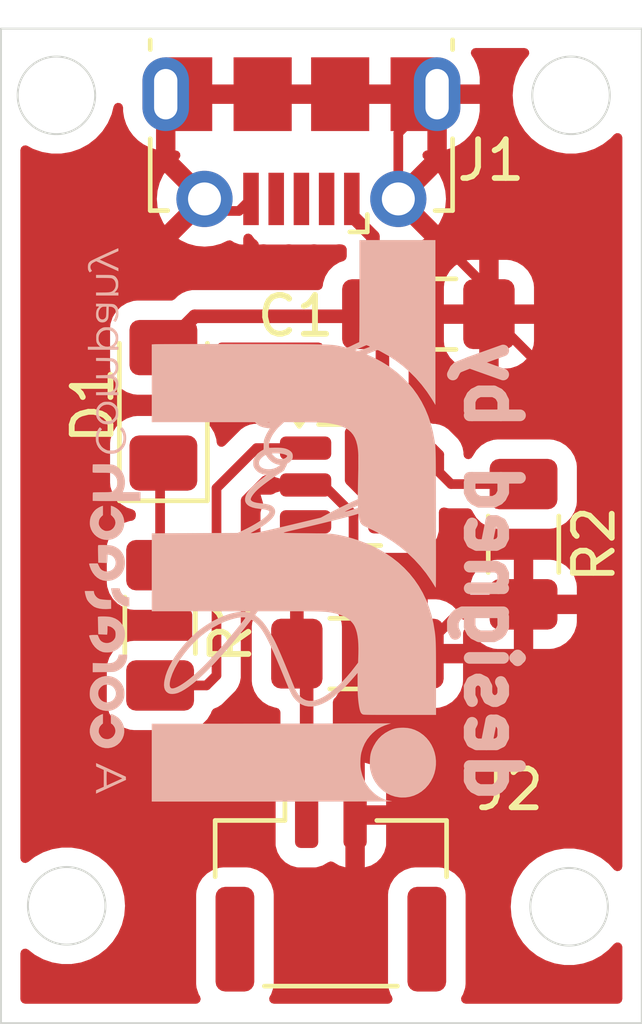
<source format=kicad_pcb>
(kicad_pcb (version 20240108) (generator "pcbnew") (generator_version "8.0")
  (layers (0 "F.Cu" signal) (31 "B.Cu" signal) (34 "B.Paste" user) (35 "F.Paste" user) (36 "B.SilkS" user "B.Silkscreen") (37 "F.SilkS" user "F.Silkscreen") (38 "B.Mask" user) (39 "F.Mask" user) (44 "Edge.Cuts" user))
  (net 0 "")
  (net 1 "VBUS")
  (net 2 "GND")
  (net 3 "VCC")
  (net 4 "Net-(D1-K)")
  (net 8 "Net-(U1-STAT)")
  (net 9 "Net-(U1-PROG)")
  (footprint "Resistor_SMD:R_1206_3216Metric_Pad1.30x1.75mm_HandSolder" (layer "F.Cu") (at 136.2 84.215 -90)
    (property "Reference" "R1" (at 0 -1.82 90) (layer "F.SilkS"))
    (property "Value" "470R")
    (pad "1" smd roundrect (at -1.55 0 270) (size 1.3 1.75) (layers "F.Cu" "F.Paste" "F.Mask") (roundrect_rratio 0.192308) (net 4 "Net-(D1-K)"))
    (pad "2" smd roundrect (at 1.55 0 270) (size 1.3 1.75) (layers "F.Cu" "F.Paste" "F.Mask") (roundrect_rratio 0.192308) (net 8 "Net-(U1-STAT)"))
  )
  (footprint "Resistor_SMD:R_1206_3216Metric_Pad1.30x1.75mm_HandSolder" (layer "F.Cu") (at 145.575 82.125 -90)
    (property "Reference" "R2" (at 0 -1.82 90) (layer "F.SilkS"))
    (property "Value" "2k")
    (pad "1" smd roundrect (at -1.55 0 270) (size 1.3 1.75) (layers "F.Cu" "F.Paste" "F.Mask") (roundrect_rratio 0.192308) (net 9 "Net-(U1-PROG)"))
    (pad "2" smd roundrect (at 1.55 0 270) (size 1.3 1.75) (layers "F.Cu" "F.Paste" "F.Mask") (roundrect_rratio 0.192308) (net 2 "GND"))
  )
  (footprint "Capacitor_SMD:C_1206_3216Metric_Pad1.33x1.80mm_HandSolder" (layer "F.Cu") (at 141.29 84.945)
    (property "Reference" "C2" (at 0 -1.85 0) (layer "F.SilkS"))
    (property "Value" "4.7uF")
    (pad "1" smd roundrect (at -1.5625 0) (size 1.325 1.8) (layers "F.Cu" "F.Paste" "F.Mask") (roundrect_rratio 0.188679) (net 3 "VCC"))
    (pad "2" smd roundrect (at 1.5625 0) (size 1.325 1.8) (layers "F.Cu" "F.Paste" "F.Mask") (roundrect_rratio 0.188679) (net 2 "GND"))
  )
  (footprint "Package_TO_SOT_SMD:SOT-23-5" (layer "F.Cu") (at 141.09 80.5975)
    (property "Reference" "U1" (at -1.255 -2.7225 0) (layer "F.SilkS"))
    (property "Value" "MCP73831-2-OT" (hide yes))
    (pad "1" smd roundrect (at -1.1375 -0.95) (size 1.325 0.6) (layers "F.Cu" "F.Paste" "F.Mask") (net 8 "Net-(U1-STAT)"))
    (pad "2" smd roundrect (at -1.1375 0) (size 1.325 0.6) (layers "F.Cu" "F.Paste" "F.Mask") (net 2 "GND"))
    (pad "3" smd roundrect (at -1.1375 0.95) (size 1.325 0.6) (layers "F.Cu" "F.Paste" "F.Mask") (net 3 "VCC"))
    (pad "4" smd roundrect (at 1.1375 0.95) (size 1.325 0.6) (layers "F.Cu" "F.Paste" "F.Mask") (net 1 "VBUS"))
    (pad "5" smd roundrect (at 1.1375 -0.95) (size 1.325 0.6) (layers "F.Cu" "F.Paste" "F.Mask") (net 9 "Net-(U1-PROG)"))
  )
  (footprint "Connector_JST:JST_GH_SM02B-GHS-TB_1x02-1MP_P1.25mm_Horizontal" (layer "F.Cu") (at 140.605 90.955)
    (property "Reference" "J2" (at 4.615 -2.505 0) (layer "F.SilkS"))
    (property "Value" "Conn_01x02" (hide yes))
    (pad "1" smd roundrect (at -0.625 -1.85) (size 0.6 1.7) (layers "F.Cu" "F.Paste" "F.Mask") (net 3 "VCC"))
    (pad "2" smd roundrect (at 0.625 -1.85) (size 0.6 1.7) (layers "F.Cu" "F.Paste" "F.Mask") (net 2 "GND"))
    (pad "MP" smd roundrect (at -2.475 1.35) (size 1 2.7) (layers "F.Cu" "F.Paste" "F.Mask"))
    (pad "MP" smd roundrect (at 2.475 1.35) (size 1 2.7) (layers "F.Cu" "F.Paste" "F.Mask"))
  )
  (footprint "Connector_USB:USB_Micro-B_Molex-105017-0001" (layer "F.Cu") (at 139.845 71.7625 180)
    (property "Reference" "J1" (at -4.89 -0.4675 0) (layer "F.SilkS"))
    (property "Value" "USB_B_Micro" (hide yes))
    (pad "1" smd rect (at -1.3 -1.4625 180) (size 0.4 1.35) (layers "F.Cu" "F.Paste" "F.Mask") (net 1 "VBUS"))
    (pad "2" smd rect (at -0.65 -1.4625 180) (size 0.4 1.35) (layers "F.Cu" "F.Paste" "F.Mask"))
    (pad "3" smd rect (at 0 -1.4625 180) (size 0.4 1.35) (layers "F.Cu" "F.Paste" "F.Mask"))
    (pad "4" smd rect (at 0.65 -1.4625 180) (size 0.4 1.35) (layers "F.Cu" "F.Paste" "F.Mask"))
    (pad "5" smd rect (at 1.3 -1.4625 180) (size 0.4 1.35) (layers "F.Cu" "F.Paste" "F.Mask") (net 2 "GND"))
    (pad "6" thru_hole oval (at -3.5 1.2375) (size 1.2 1.9) (drill oval 0.6 1.3) (layers "*.Cu" "*.Mask") (net 2 "GND"))
    (pad "6" smd rect (at -2.9 1.2375 180) (size 1.2 1.9) (layers "F.Cu" "F.Mask") (net 2 "GND"))
    (pad "6" thru_hole circle (at -2.5 -1.4625 180) (size 1.45 1.45) (drill 0.85) (layers "*.Cu" "*.Mask") (net 2 "GND"))
    (pad "6" smd rect (at -1 1.2375 180) (size 1.5 1.9) (layers "F.Cu" "F.Paste" "F.Mask") (net 2 "GND"))
    (pad "6" smd rect (at 1 1.2375 180) (size 1.5 1.9) (layers "F.Cu" "F.Paste" "F.Mask") (net 2 "GND"))
    (pad "6" thru_hole circle (at 2.5 -1.4625 180) (size 1.45 1.45) (drill 0.85) (layers "*.Cu" "*.Mask") (net 2 "GND"))
    (pad "6" smd rect (at 2.9 1.2375 180) (size 1.2 1.9) (layers "F.Cu" "F.Mask") (net 2 "GND"))
    (pad "6" thru_hole oval (at 3.5 1.2375 180) (size 1.2 1.9) (drill oval 0.6 1.3) (layers "*.Cu" "*.Mask") (net 2 "GND"))
  )
  (footprint "Capacitor_SMD:C_1206_3216Metric_Pad1.33x1.80mm_HandSolder" (layer "F.Cu") (at 143.12 76.195)
    (property "Reference" "C1" (at -3.425 0.05 0) (layer "F.SilkS"))
    (property "Value" "4.7uF")
    (pad "1" smd roundrect (at -1.5625 0) (size 1.325 1.8) (layers "F.Cu" "F.Paste" "F.Mask") (roundrect_rratio 0.188679) (net 1 "VBUS"))
    (pad "2" smd roundrect (at 1.5625 0) (size 1.325 1.8) (layers "F.Cu" "F.Paste" "F.Mask") (roundrect_rratio 0.188679) (net 2 "GND"))
  )
  (footprint "LED_SMD:LED_1206_3216Metric_Pad1.42x1.75mm_HandSolder" (layer "F.Cu") (at 136.285 78.545 90)
    (property "Reference" "D1" (at 0 -1.82 90) (layer "F.SilkS"))
    (property "Value" "LED")
    (pad "1" smd roundrect (at -1.4875 0 90) (size 1.425 1.75) (layers "F.Cu" "F.Paste" "F.Mask") (roundrect_rratio 0.175439) (net 4 "Net-(D1-K)"))
    (pad "2" smd roundrect (at 1.4875 0 90) (size 1.425 1.75) (layers "F.Cu" "F.Paste" "F.Mask") (roundrect_rratio 0.175439) (net 1 "VBUS"))
  )
  (footprint "logo_Footprints:imt_new3" (layer "B.Cu") (at 139.655 81.51 90)
    (property "Reference" "G***" (hide yes))
    (property "Value" "LOGO" (hide yes))
  )
  (gr_circle (center 146.75 91.47) (end 147.75 91.47) (stroke (width 0.05)) (fill none) (layer "Edge.Cuts"))
  (gr_circle (center 146.8 70.555) (end 147.8 70.555) (stroke (width 0.05)) (fill none) (layer "Edge.Cuts"))
  (gr_rect (start 132.095 68.835) (end 148.625 94.47) (stroke (width 0.05)) (fill none) (layer "Edge.Cuts"))
  (gr_circle (center 133.525 70.555) (end 134.525 70.555) (stroke (width 0.05)) (fill none) (layer "Edge.Cuts"))
  (gr_circle (center 133.79 91.445) (end 134.79 91.445) (stroke (width 0.05)) (fill none) (layer "Edge.Cuts"))
  (gr_text "designed by" (at 144.01 88.905 -90) (layer "B.SilkS") (effects (font (size 1.3 1.3) (thickness 0.3) (bold yes)) (justify left bottom mirror)))
  (segment (start 141.145 73.651346) (end 141.69 74.196346) (width 0.35) (layer "F.Cu") (net 1))
  (segment (start 141.5575 76.195) (end 141.5025 76.25) (width 0.35) (layer "F.Cu") (net 1))
  (segment (start 141.69 74.196346) (end 141.69 76.0625) (width 0.35) (layer "F.Cu") (net 1))
  (segment (start 141.14 79.255172) (end 141.935 78.460172) (width 0.35) (layer "F.Cu") (net 1))
  (segment (start 141.69 76.0625) (end 141.5575 76.195) (width 0.35) (layer "F.Cu") (net 1))
  (segment (start 141.935 76.5725) (end 141.5575 76.195) (width 0.35) (layer "F.Cu") (net 1))
  (segment (start 137.0925 76.25) (end 136.285 77.0575) (width 0.35) (layer "F.Cu") (net 1))
  (segment (start 142.2275 81.5475) (end 141.14 80.46) (width 0.35) (layer "F.Cu") (net 1))
  (segment (start 141.5025 76.25) (end 137.0925 76.25) (width 0.35) (layer "F.Cu") (net 1))
  (segment (start 141.935 78.460172) (end 141.935 76.5725) (width 0.35) (layer "F.Cu") (net 1))
  (segment (start 141.145 73.225) (end 141.145 73.651346) (width 0.35) (layer "F.Cu") (net 1))
  (segment (start 141.14 80.46) (end 141.14 79.255172) (width 0.35) (layer "F.Cu") (net 1))
  (segment (start 147.475 83.405) (end 147.205 83.675) (width 0.25) (layer "F.Cu") (net 2))
  (segment (start 141.23 86.5675) (end 142.8525 84.945) (width 0.25) (layer "F.Cu") (net 2))
  (segment (start 147.475 78.9875) (end 147.475 83.405) (width 0.25) (layer "F.Cu") (net 2))
  (segment (start 144.6825 75.5625) (end 144.6825 76.195) (width 0.25) (layer "F.Cu") (net 2))
  (segment (start 137.345 73.225) (end 137.655 73.535) (width 0.25) (layer "F.Cu") (net 2))
  (segment (start 141.23 89.105) (end 141.23 86.5675) (width 0.25) (layer "F.Cu") (net 2))
  (segment (start 138.235 73.535) (end 138.545 73.225) (width 0.25) (layer "F.Cu") (net 2))
  (segment (start 139.9525 80.5975) (end 140.411618 80.5975) (width 0.25) (layer "F.Cu") (net 2))
  (segment (start 145.575 83.675) (end 144.1225 83.675) (width 0.25) (layer "F.Cu") (net 2))
  (segment (start 140.845 70.525) (end 138.845 70.525) (width 0.25) (layer "F.Cu") (net 2))
  (segment (start 136.385 72.265) (end 136.385 71.085) (width 0.25) (layer "F.Cu") (net 2))
  (segment (start 142.345 73.225) (end 144.6825 75.5625) (width 0.25) (layer "F.Cu") (net 2))
  (segment (start 137.655 73.535) (end 138.235 73.535) (width 0.25) (layer "F.Cu") (net 2))
  (segment (start 140.411618 80.5975) (end 141.19 81.375882) (width 0.25) (layer "F.Cu") (net 2))
  (segment (start 142.345 73.225) (end 142.345 71.525) (width 0.25) (layer "F.Cu") (net 2))
  (segment (start 142.345 71.525) (end 143.345 70.525) (width 0.25) (layer "F.Cu") (net 2))
  (segment (start 144.6825 76.195) (end 147.475 78.9875) (width 0.25) (layer "F.Cu") (net 2))
  (segment (start 144.1225 83.675) (end 142.8525 84.945) (width 0.25) (layer "F.Cu") (net 2))
  (segment (start 141.19 81.375882) (end 141.19 83.2825) (width 0.25) (layer "F.Cu") (net 2))
  (segment (start 136.385 71.085) (end 136.945 70.525) (width 0.25) (layer "F.Cu") (net 2))
  (segment (start 136.945 70.525) (end 138.845 70.525) (width 0.25) (layer "F.Cu") (net 2))
  (segment (start 147.205 83.675) (end 145.575 83.675) (width 0.25) (layer "F.Cu") (net 2))
  (segment (start 141.19 83.2825) (end 142.8525 84.945) (width 0.25) (layer "F.Cu") (net 2))
  (segment (start 143.345 70.525) (end 140.845 70.525) (width 0.25) (layer "F.Cu") (net 2))
  (segment (start 137.345 73.225) (end 136.385 72.265) (width 0.25) (layer "F.Cu") (net 2))
  (segment (start 139.7275 81.7725) (end 139.9525 81.5475) (width 0.35) (layer "F.Cu") (net 3))
  (segment (start 139.98 89.105) (end 139.98 85.1975) (width 0.35) (layer "F.Cu") (net 3))
  (segment (start 139.7275 84.945) (end 139.7275 81.7725) (width 0.35) (layer "F.Cu") (net 3))
  (segment (start 139.98 85.1975) (end 139.7275 84.945) (width 0.35) (layer "F.Cu") (net 3))
  (segment (start 136.2 80.1175) (end 136.285 80.0325) (width 0.25) (layer "F.Cu") (net 4))
  (segment (start 136.2 82.665) (end 136.2 80.1175) (width 0.25) (layer "F.Cu") (net 4))
  (segment (start 137.655 85.505) (end 137.395 85.765) (width 0.25) (layer "F.Cu") (net 8))
  (segment (start 139.9525 79.6475) (end 138.6875 79.6475) (width 0.25) (layer "F.Cu") (net 8))
  (segment (start 138.6875 79.6475) (end 137.655 80.68) (width 0.25) (layer "F.Cu") (net 8))
  (segment (start 137.655 80.68) (end 137.655 85.505) (width 0.25) (layer "F.Cu") (net 8))
  (segment (start 137.395 85.765) (end 136.2 85.765) (width 0.25) (layer "F.Cu") (net 8))
  (segment (start 143.4 79.815) (end 143.2325 79.6475) (width 0.25) (layer "F.Cu") (net 9))
  (segment (start 145.575 80.575) (end 143.705 80.575) (width 0.25) (layer "F.Cu") (net 9))
  (segment (start 143.2325 79.6475) (end 142.2275 79.6475) (width 0.25) (layer "F.Cu") (net 9))
  (segment (start 143.705 80.575) (end 143.4 80.27) (width 0.25) (layer "F.Cu") (net 9))
  (segment (start 143.4 80.27) (end 143.4 79.815) (width 0.25) (layer "F.Cu") (net 9))
  (zone (net 2) (net_name "GND") (layer "F.Cu") (connect_pads (clearance 0.5)) (min_thickness 0.25) (fill yes (thermal_gap 0.5) (thermal_bridge_width 0.5))
    (polygon (pts (xy 132.385 68.915) (xy 148.445 69.055) (xy 148.505 94.3) (xy 132.365 94.265) (xy 132.4 69.305)))
  )
)
</source>
